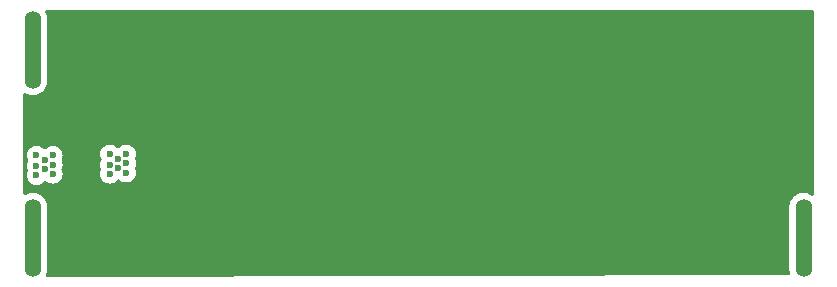
<source format=gbr>
%TF.GenerationSoftware,KiCad,Pcbnew,8.0.5*%
%TF.CreationDate,2025-07-01T10:48:08-04:00*%
%TF.ProjectId,pcb_battery_stub,7063625f-6261-4747-9465-72795f737475,rev?*%
%TF.SameCoordinates,Original*%
%TF.FileFunction,Copper,L3,Inr*%
%TF.FilePolarity,Positive*%
%FSLAX46Y46*%
G04 Gerber Fmt 4.6, Leading zero omitted, Abs format (unit mm)*
G04 Created by KiCad (PCBNEW 8.0.5) date 2025-07-01 10:48:08*
%MOMM*%
%LPD*%
G01*
G04 APERTURE LIST*
%TA.AperFunction,ComponentPad*%
%ADD10O,1.400000X6.600000*%
%TD*%
%TA.AperFunction,ViaPad*%
%ADD11C,0.600000*%
%TD*%
G04 APERTURE END LIST*
D10*
%TO.N,Net-(BT3---Pad4)*%
%TO.C,BT8*%
X490000000Y-96500000D03*
%TO.N,Net-(BT4---Pad2)*%
X555250000Y-96500000D03*
%TO.N,Net-(BT4-+-Pad3)*%
X490000000Y-80600000D03*
%TO.N,Net-(BT4---Pad4)*%
X555250000Y-80600000D03*
%TD*%
D11*
%TO.N,Net-(BT3---Pad4)*%
X497200000Y-89800000D03*
X491000000Y-90700000D03*
X490300000Y-89500000D03*
X496500000Y-90300000D03*
X491700000Y-89500000D03*
X491700000Y-91100000D03*
X497200000Y-90600000D03*
X491700000Y-90300000D03*
X497900000Y-90200000D03*
X490300000Y-90400000D03*
X497900000Y-89400000D03*
X491000000Y-89900000D03*
X496500000Y-89400000D03*
X490300000Y-91200000D03*
X496500000Y-91100000D03*
X497900000Y-91000000D03*
%TO.N,Net-(BT4---Pad4)*%
X496600000Y-82300000D03*
X500100000Y-83700000D03*
X498700000Y-82800000D03*
X500700000Y-82300000D03*
X498000000Y-82300000D03*
X499400000Y-83300000D03*
X499400000Y-84200000D03*
X497300000Y-82800000D03*
X498000000Y-83300000D03*
X498000000Y-84200000D03*
X498700000Y-83700000D03*
X496600000Y-84200000D03*
X500700000Y-84300000D03*
X499400000Y-82300000D03*
X497300000Y-83700000D03*
X500700000Y-83300000D03*
X500100000Y-82800000D03*
X496600000Y-83300000D03*
%TD*%
%TA.AperFunction,Conductor*%
%TO.N,Net-(BT4---Pad4)*%
G36*
X556042539Y-77220185D02*
G01*
X556088294Y-77272989D01*
X556099500Y-77324500D01*
X556099500Y-92789934D01*
X556079815Y-92856973D01*
X556027011Y-92902728D01*
X555957853Y-92912672D01*
X555902615Y-92890252D01*
X555879202Y-92873242D01*
X555879201Y-92873241D01*
X555879199Y-92873240D01*
X555826620Y-92846450D01*
X555710836Y-92787454D01*
X555531118Y-92729059D01*
X555344486Y-92699500D01*
X555344481Y-92699500D01*
X555155519Y-92699500D01*
X555155514Y-92699500D01*
X554968881Y-92729059D01*
X554789163Y-92787454D01*
X554620800Y-92873240D01*
X554533579Y-92936610D01*
X554467927Y-92984310D01*
X554467925Y-92984312D01*
X554467924Y-92984312D01*
X554334312Y-93117924D01*
X554334312Y-93117925D01*
X554334310Y-93117927D01*
X554286610Y-93183579D01*
X554223240Y-93270800D01*
X554137454Y-93439163D01*
X554079059Y-93618881D01*
X554049500Y-93805513D01*
X554049500Y-99194486D01*
X554079060Y-99381119D01*
X554079060Y-99381122D01*
X554101224Y-99449333D01*
X554103219Y-99519174D01*
X554067139Y-99579007D01*
X554004438Y-99609835D01*
X553983620Y-99611651D01*
X491204930Y-99777295D01*
X491137839Y-99757787D01*
X491091945Y-99705104D01*
X491081819Y-99635972D01*
X491094119Y-99596999D01*
X491112544Y-99560838D01*
X491112544Y-99560837D01*
X491112547Y-99560832D01*
X491170940Y-99381118D01*
X491200500Y-99194486D01*
X491200500Y-93805513D01*
X491170940Y-93618881D01*
X491112545Y-93439163D01*
X491026759Y-93270800D01*
X490915690Y-93117927D01*
X490782073Y-92984310D01*
X490629199Y-92873240D01*
X490460836Y-92787454D01*
X490281118Y-92729059D01*
X490094486Y-92699500D01*
X490094481Y-92699500D01*
X489905519Y-92699500D01*
X489905514Y-92699500D01*
X489718881Y-92729059D01*
X489539160Y-92787455D01*
X489380794Y-92868147D01*
X489312125Y-92881043D01*
X489247385Y-92854766D01*
X489207128Y-92797660D01*
X489200500Y-92757662D01*
X489200500Y-89499996D01*
X489494435Y-89499996D01*
X489494435Y-89500003D01*
X489514630Y-89679249D01*
X489514633Y-89679262D01*
X489574209Y-89849519D01*
X489595893Y-89884030D01*
X489614892Y-89951267D01*
X489595893Y-90015970D01*
X489574209Y-90050480D01*
X489514633Y-90220737D01*
X489514630Y-90220750D01*
X489494435Y-90399996D01*
X489494435Y-90400003D01*
X489514630Y-90579249D01*
X489514633Y-90579262D01*
X489576510Y-90756094D01*
X489574364Y-90756844D01*
X489583962Y-90815144D01*
X489575609Y-90843590D01*
X489576510Y-90843906D01*
X489514633Y-91020737D01*
X489514630Y-91020750D01*
X489494435Y-91199996D01*
X489494435Y-91200003D01*
X489514630Y-91379249D01*
X489514631Y-91379254D01*
X489574211Y-91549523D01*
X489624379Y-91629364D01*
X489670184Y-91702262D01*
X489797738Y-91829816D01*
X489950478Y-91925789D01*
X490120745Y-91985368D01*
X490120750Y-91985369D01*
X490299996Y-92005565D01*
X490300000Y-92005565D01*
X490300004Y-92005565D01*
X490479249Y-91985369D01*
X490479252Y-91985368D01*
X490479255Y-91985368D01*
X490649522Y-91925789D01*
X490802262Y-91829816D01*
X490929816Y-91702262D01*
X490939841Y-91686306D01*
X490992174Y-91640014D01*
X491061227Y-91629364D01*
X491125076Y-91657738D01*
X491132517Y-91664595D01*
X491197738Y-91729816D01*
X491350478Y-91825789D01*
X491361984Y-91829815D01*
X491520745Y-91885368D01*
X491520750Y-91885369D01*
X491699996Y-91905565D01*
X491700000Y-91905565D01*
X491700004Y-91905565D01*
X491879249Y-91885369D01*
X491879252Y-91885368D01*
X491879255Y-91885368D01*
X492049522Y-91825789D01*
X492202262Y-91729816D01*
X492329816Y-91602262D01*
X492425789Y-91449522D01*
X492485368Y-91279255D01*
X492485369Y-91279249D01*
X492505565Y-91100003D01*
X492505565Y-91099996D01*
X492485369Y-90920750D01*
X492485366Y-90920737D01*
X492423489Y-90743905D01*
X492425637Y-90743153D01*
X492416035Y-90684872D01*
X492424392Y-90656411D01*
X492423489Y-90656095D01*
X492485366Y-90479262D01*
X492485369Y-90479249D01*
X492505565Y-90300003D01*
X492505565Y-90299996D01*
X492485369Y-90120750D01*
X492485366Y-90120737D01*
X492423489Y-89943905D01*
X492425637Y-89943153D01*
X492416035Y-89884872D01*
X492424392Y-89856411D01*
X492423489Y-89856095D01*
X492485366Y-89679262D01*
X492485369Y-89679249D01*
X492505565Y-89500003D01*
X492505565Y-89499996D01*
X492494298Y-89399996D01*
X495694435Y-89399996D01*
X495694435Y-89400003D01*
X495714630Y-89579249D01*
X495714633Y-89579262D01*
X495774209Y-89749519D01*
X495795893Y-89784030D01*
X495814892Y-89851267D01*
X495795893Y-89915970D01*
X495774209Y-89950480D01*
X495714633Y-90120737D01*
X495714630Y-90120750D01*
X495694435Y-90299996D01*
X495694435Y-90300003D01*
X495714630Y-90479249D01*
X495714633Y-90479262D01*
X495776510Y-90656094D01*
X495774364Y-90656844D01*
X495783962Y-90715144D01*
X495775609Y-90743590D01*
X495776510Y-90743906D01*
X495714633Y-90920737D01*
X495714630Y-90920750D01*
X495694435Y-91099996D01*
X495694435Y-91100003D01*
X495714630Y-91279249D01*
X495714631Y-91279254D01*
X495774211Y-91449523D01*
X495824379Y-91529364D01*
X495870184Y-91602262D01*
X495997738Y-91729816D01*
X496150478Y-91825789D01*
X496161984Y-91829815D01*
X496320745Y-91885368D01*
X496320750Y-91885369D01*
X496499996Y-91905565D01*
X496500000Y-91905565D01*
X496500004Y-91905565D01*
X496679249Y-91885369D01*
X496679252Y-91885368D01*
X496679255Y-91885368D01*
X496849522Y-91825789D01*
X497002262Y-91729816D01*
X497129816Y-91602262D01*
X497139841Y-91586306D01*
X497192174Y-91540014D01*
X497261227Y-91529364D01*
X497325076Y-91557738D01*
X497332517Y-91564595D01*
X497397738Y-91629816D01*
X497550478Y-91725789D01*
X497561984Y-91729815D01*
X497720745Y-91785368D01*
X497720750Y-91785369D01*
X497899996Y-91805565D01*
X497900000Y-91805565D01*
X497900004Y-91805565D01*
X498079249Y-91785369D01*
X498079252Y-91785368D01*
X498079255Y-91785368D01*
X498249522Y-91725789D01*
X498402262Y-91629816D01*
X498529816Y-91502262D01*
X498625789Y-91349522D01*
X498685368Y-91179255D01*
X498685369Y-91179249D01*
X498705565Y-91000003D01*
X498705565Y-90999996D01*
X498685369Y-90820750D01*
X498685366Y-90820737D01*
X498623489Y-90643905D01*
X498625637Y-90643153D01*
X498616035Y-90584872D01*
X498624392Y-90556411D01*
X498623489Y-90556095D01*
X498685366Y-90379262D01*
X498685369Y-90379249D01*
X498705565Y-90200003D01*
X498705565Y-90199996D01*
X498685369Y-90020750D01*
X498685366Y-90020737D01*
X498623489Y-89843905D01*
X498625637Y-89843153D01*
X498616035Y-89784872D01*
X498624392Y-89756411D01*
X498623489Y-89756095D01*
X498685366Y-89579262D01*
X498685369Y-89579249D01*
X498705565Y-89400003D01*
X498705565Y-89399996D01*
X498685369Y-89220750D01*
X498685368Y-89220745D01*
X498625789Y-89050478D01*
X498529816Y-88897738D01*
X498402262Y-88770184D01*
X498313852Y-88714632D01*
X498249523Y-88674211D01*
X498079254Y-88614631D01*
X498079249Y-88614630D01*
X497900004Y-88594435D01*
X497899996Y-88594435D01*
X497720750Y-88614630D01*
X497720745Y-88614631D01*
X497550476Y-88674211D01*
X497397737Y-88770184D01*
X497287681Y-88880241D01*
X497226358Y-88913726D01*
X497156666Y-88908742D01*
X497112319Y-88880241D01*
X497002262Y-88770184D01*
X496849523Y-88674211D01*
X496679254Y-88614631D01*
X496679249Y-88614630D01*
X496500004Y-88594435D01*
X496499996Y-88594435D01*
X496320750Y-88614630D01*
X496320745Y-88614631D01*
X496150476Y-88674211D01*
X495997737Y-88770184D01*
X495870184Y-88897737D01*
X495774211Y-89050476D01*
X495714631Y-89220745D01*
X495714630Y-89220750D01*
X495694435Y-89399996D01*
X492494298Y-89399996D01*
X492485369Y-89320750D01*
X492485368Y-89320745D01*
X492425788Y-89150476D01*
X492362955Y-89050478D01*
X492329816Y-88997738D01*
X492202262Y-88870184D01*
X492049523Y-88774211D01*
X491879254Y-88714631D01*
X491879249Y-88714630D01*
X491700004Y-88694435D01*
X491699996Y-88694435D01*
X491520750Y-88714630D01*
X491520745Y-88714631D01*
X491350476Y-88774211D01*
X491197737Y-88870184D01*
X491087681Y-88980241D01*
X491026358Y-89013726D01*
X490956666Y-89008742D01*
X490912319Y-88980241D01*
X490802262Y-88870184D01*
X490649523Y-88774211D01*
X490479254Y-88714631D01*
X490479249Y-88714630D01*
X490300004Y-88694435D01*
X490299996Y-88694435D01*
X490120750Y-88714630D01*
X490120745Y-88714631D01*
X489950476Y-88774211D01*
X489797737Y-88870184D01*
X489670184Y-88997737D01*
X489574211Y-89150476D01*
X489514631Y-89320745D01*
X489514630Y-89320750D01*
X489494435Y-89499996D01*
X489200500Y-89499996D01*
X489200500Y-84342337D01*
X489220185Y-84275298D01*
X489272989Y-84229543D01*
X489342147Y-84219599D01*
X489380795Y-84231852D01*
X489539163Y-84312545D01*
X489539165Y-84312545D01*
X489539168Y-84312547D01*
X489630852Y-84342337D01*
X489718881Y-84370940D01*
X489905514Y-84400500D01*
X489905519Y-84400500D01*
X490094486Y-84400500D01*
X490281118Y-84370940D01*
X490460832Y-84312547D01*
X490629199Y-84226760D01*
X490782073Y-84115690D01*
X490915690Y-83982073D01*
X491026760Y-83829199D01*
X491112547Y-83660832D01*
X491170940Y-83481118D01*
X491200500Y-83294486D01*
X491200500Y-77905513D01*
X491170940Y-77718881D01*
X491112545Y-77539163D01*
X491031852Y-77380795D01*
X491018956Y-77312126D01*
X491045232Y-77247385D01*
X491102339Y-77207128D01*
X491142337Y-77200500D01*
X555975500Y-77200500D01*
X556042539Y-77220185D01*
G37*
%TD.AperFunction*%
%TD*%
M02*

</source>
